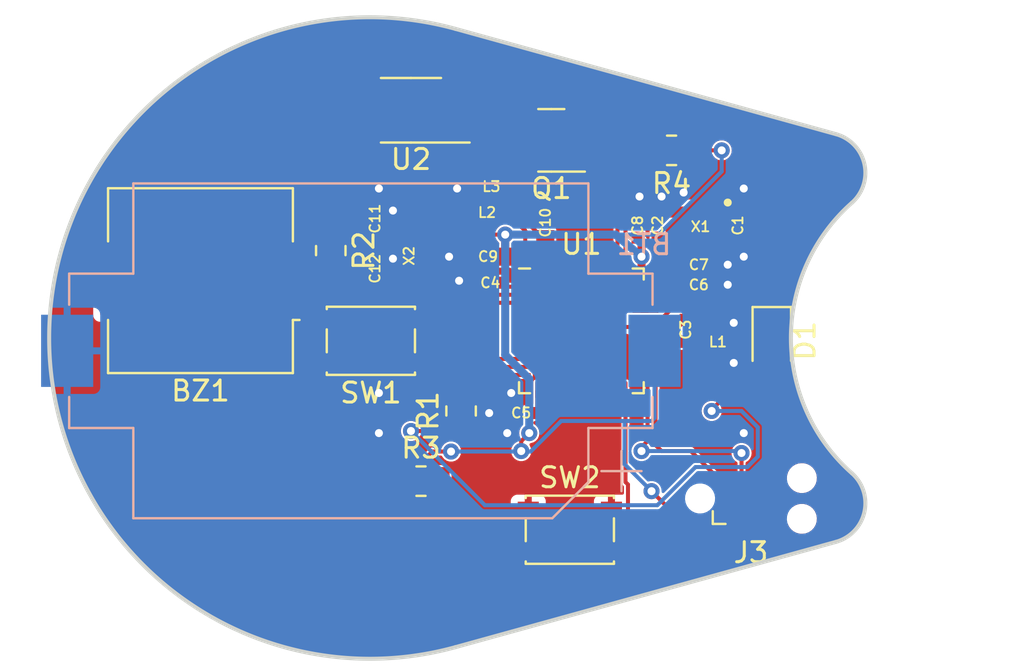
<source format=kicad_pcb>
(kicad_pcb (version 20221018) (generator pcbnew)
  (layers (0 "F.Cu" signal) (31 "B.Cu" signal) (34 "B.Paste" user) (35 "F.Paste" user) (36 "B.SilkS" user "B.Silkscreen") (37 "F.SilkS" user "F.Silkscreen") (38 "B.Mask" user) (39 "F.Mask" user) (44 "Edge.Cuts" user))
  (net 0 "")
  (net 1 "GND")
  (net 2 "DEC1")
  (net 3 "DEC4")
  (net 4 "DEC3")
  (net 5 "DEC2")
  (net 6 "ANT")
  (net 7 "N$3")
  (net 8 "X1")
  (net 9 "P0.00/XL1")
  (net 10 "P0.01/XL2")
  (net 11 "RF")
  (net 12 "N$2")
  (net 13 "N$4")
  (net 14 "Net-(D1-A)")
  (net 15 "/P0.10")
  (net 16 "/DEC1")
  (net 17 "/P0.00{slash}XL1")
  (net 18 "/P0.01{slash}XL2")
  (net 19 "/P0.02")
  (net 20 "/P0.03")
  (net 21 "/P0.04")
  (net 22 "/P0.05")
  (net 23 "/P0.06")
  (net 24 "/P0.07")
  (net 25 "/P0.08")
  (net 26 "/P0.09")
  (net 27 "VCC")
  (net 28 "/P0.11")
  (net 29 "/P0.12")
  (net 30 "/P0.13")
  (net 31 "/P0.14")
  (net 32 "/P0.15")
  (net 33 "/P0.16")
  (net 34 "/P0.17")
  (net 35 "/P0.18{slash}SWO")
  (net 36 "/P0.19")
  (net 37 "/P0.20")
  (net 38 "/P0.21{slash}RESET")
  (net 39 "/SWDCLK")
  (net 40 "/SWDIO")
  (net 41 "/P0.22")
  (net 42 "/P0.23")
  (net 43 "/P0.24")
  (net 44 "Net-(U1-ANT@30)")
  (net 45 "/DEC2")
  (net 46 "/DEC3")
  (net 47 "Net-(U1-XC1@34)")
  (net 48 "Net-(U1-XC2@35)")
  (net 49 "/P0.25")
  (net 50 "/P0.26")
  (net 51 "/P0.27")
  (net 52 "/P0.28")
  (net 53 "/P0.29")
  (net 54 "/P0.30")
  (net 55 "/P0.31")
  (net 57 "/DEC4")
  (net 58 "Net-(U1-DCC@47)")
  (net 59 "Net-(R2-Pad2)")
  (footprint "RESC0603_N" (layer "F.Cu") (at 147.7011 100.7036 90)
    (fp_text reference "C10" (at -0.7 0.3 90) (layer "F.SilkS") (effects (font (size 0.506528 0.506528) (thickness 0.093472)) (justify left bottom)))
    (fp_text value "1.0µF")
    (pad "1" smd rect (at -0.8 0 90) (size 1.05 0.9) (layers "F.Cu" "F.Paste" "F.Mask") (net 3 "DEC4"))
    (pad "2" smd rect (at 0.8 0 90) (size 1.05 0.9) (layers "F.Cu" "F.Paste" "F.Mask") (net 1 "GND"))
  )
  (footprint "LED_SMD:LED_0805_2012Metric" (layer "F.Cu") (at 159 106.5 -90)
    (fp_text reference "D1" (at 0 -1.65 90) (layer "F.SilkS"))
    (fp_text value "LED Blue")
    (fp_line (start -1.685 -0.96) (end -1.685 0.96) (stroke (width 0.12)) (layer "F.SilkS"))
    (fp_line (start -1.685 0.96) (end 1 0.96) (stroke (width 0.12)) (layer "F.SilkS"))
    (fp_line (start 1 -0.96) (end -1.685 -0.96) (stroke (width 0.12)) (layer "F.SilkS"))
    (pad "1" smd roundrect (at -0.9375 0 270) (size 0.975 1.4) (layers "F.Cu" "F.Paste" "F.Mask") (net 1 "GND"))
    (pad "2" smd roundrect (at 0.9375 0 270) (size 0.975 1.4) (layers "F.Cu" "F.Paste" "F.Mask") (net 14 "Net-(D1-A)"))
  )
  (footprint "Button_Switch_SMD:SW_SPST_PTS810" (layer "F.Cu") (at 139 106.5 180)
    (fp_text reference "SW1" (at 0 -2.6) (layer "F.SilkS"))
    (fp_text value "SW_Push")
    (fp_line (start -2.2 -1.7) (end -2.2 -1.58) (stroke (width 0.12)) (layer "F.SilkS"))
    (fp_line (start -2.2 -0.57) (end -2.2 0.57) (stroke (width 0.12)) (layer "F.SilkS"))
    (fp_line (start -2.2 1.58) (end -2.2 1.7) (stroke (width 0.12)) (layer "F.SilkS"))
    (fp_line (start -2.2 1.7) (end 2.2 1.7) (stroke (width 0.12)) (layer "F.SilkS"))
    (fp_line (start 2.2 -1.7) (end -2.2 -1.7) (stroke (width 0.12)) (layer "F.SilkS"))
    (fp_line (start 2.2 -1.58) (end 2.2 -1.7) (stroke (width 0.12)) (layer "F.SilkS"))
    (fp_line (start 2.2 0.57) (end 2.2 -0.57) (stroke (width 0.12)) (layer "F.SilkS"))
    (fp_line (start 2.2 1.7) (end 2.2 1.58) (stroke (width 0.12)) (layer "F.SilkS"))
    (pad "1" smd rect (at -2.075 -1.075 180) (size 1.05 0.65) (layers "F.Cu" "F.Paste" "F.Mask") (net 59 "Net-(R2-Pad2)"))
    (pad "1" smd rect (at 2.075 -1.075 180) (size 1.05 0.65) (layers "F.Cu" "F.Paste" "F.Mask") (net 59 "Net-(R2-Pad2)"))
    (pad "2" smd rect (at -2.075 1.075 180) (size 1.05 0.65) (layers "F.Cu" "F.Paste" "F.Mask") (net 26 "/P0.09"))
    (pad "2" smd rect (at 2.075 1.075 180) (size 1.05 0.65) (layers "F.Cu" "F.Paste" "F.Mask") (net 26 "/P0.09"))
  )
  (footprint "RESC0402_N" (layer "F.Cu") (at 144.9011 103.6036 180)
    (fp_text reference "C4" (at 0.5 -0.3) (layer "F.SilkS") (effects (font (size 0.506528 0.506528) (thickness 0.093472)) (justify left bottom)))
    (fp_text value "100nF")
    (pad "1" smd rect (at -0.55 0 180) (size 0.6 0.6) (layers "F.Cu" "F.Paste" "F.Mask") (net 2 "DEC1"))
    (pad "2" smd rect (at 0.55 0 180) (size 0.6 0.6) (layers "F.Cu" "F.Paste" "F.Mask") (net 1 "GND"))
  )
  (footprint "RESC0402_N" (layer "F.Cu") (at 155.3011 102.7036)
    (fp_text reference "C7" (at -0.5 0.3) (layer "F.SilkS") (effects (font (size 0.506528 0.506528) (thickness 0.093472)) (justify left bottom)))
    (fp_text value "100pF")
    (pad "1" smd rect (at -0.55 0) (size 0.6 0.6) (layers "F.Cu" "F.Paste" "F.Mask") (net 4 "DEC3"))
    (pad "2" smd rect (at 0.55 0) (size 0.6 0.6) (layers "F.Cu" "F.Paste" "F.Mask") (net 1 "GND"))
  )
  (footprint "RESC0402_N" (layer "F.Cu") (at 139.2011 100.6036 -90)
    (fp_text reference "C11" (at 0.6 -0.3 90) (layer "F.SilkS") (effects (font (size 0.506528 0.506528) (thickness 0.093472)) (justify left bottom)))
    (fp_text value "12pF")
    (pad "1" smd rect (at -0.55 0 270) (size 0.6 0.6) (layers "F.Cu" "F.Paste" "F.Mask") (net 1 "GND"))
    (pad "2" smd rect (at 0.55 0 270) (size 0.6 0.6) (layers "F.Cu" "F.Paste" "F.Mask") (net 9 "P0.00/XL1"))
  )
  (footprint "Resistor_SMD:R_0805_2012Metric" (layer "F.Cu") (at 154 97 180)
    (fp_text reference "R4" (at 0 -1.65) (layer "F.SilkS"))
    (fp_text value "4.7k")
    (fp_line (start -0.227064 -0.735) (end 0.227064 -0.735) (stroke (width 0.12)) (layer "F.SilkS"))
    (fp_line (start -0.227064 0.735) (end 0.227064 0.735) (stroke (width 0.12)) (layer "F.SilkS"))
    (pad "1" smd roundrect (at -0.9125 0 180) (size 1.025 1.4) (layers "F.Cu" "F.Paste" "F.Mask") (roundrect_rratio 0.243902) (net 27 "VCC"))
    (pad "2" smd roundrect (at 0.9125 0 180) (size 1.025 1.4) (layers "F.Cu" "F.Paste" "F.Mask") (roundrect_rratio 0.243902) (net 49 "/P0.25"))
  )
  (footprint "Package_SO:MSOP-8_3x3mm_P0.65mm" (layer "F.Cu") (at 141 95 180)
    (fp_text reference "U2" (at 0 -2.45) (layer "F.SilkS"))
    (fp_text value "DS18B20U")
    (fp_line (start 0 -1.61) (end -2.925 -1.61) (stroke (width 0.12)) (layer "F.SilkS"))
    (fp_line (start 0 -1.61) (end 1.5 -1.61) (stroke (width 0.12)) (layer "F.SilkS"))
    (fp_line (start 0 1.61) (end -1.5 1.61) (stroke (width 0.12)) (layer "F.SilkS"))
    (fp_line (start 0 1.61) (end 1.5 1.61) (stroke (width 0.12)) (layer "F.SilkS"))
    (pad "1" smd roundrect (at -2.1125 -0.975 180) (size 1.625 0.4) (layers "F.Cu" "F.Paste" "F.Mask") (net 49 "/P0.25"))
    (pad "2" smd roundrect (at -2.1125 -0.325 180) (size 1.625 0.4) (layers "F.Cu" "F.Paste" "F.Mask"))
    (pad "3" smd roundrect (at -2.1125 0.325 180) (size 1.625 0.4) (layers "F.Cu" "F.Paste" "F.Mask"))
    (pad "4" smd roundrect (at -2.1125 0.975 180) (size 1.625 0.4) (layers "F.Cu" "F.Paste" "F.Mask") (net 1 "GND"))
    (pad "5" smd roundrect (at 2.1125 0.975 180) (size 1.625 0.4) (layers "F.Cu" "F.Paste" "F.Mask"))
    (pad "6" smd roundrect (at 2.1125 0.325 180) (size 1.625 0.4) (layers "F.Cu" "F.Paste" "F.Mask"))
    (pad "7" smd roundrect (at 2.1125 -0.325 180) (size 1.625 0.4) (layers "F.Cu" "F.Paste" "F.Mask"))
    (pad "8" smd roundrect (at 2.1125 -0.975 180) (size 1.625 0.4) (layers "F.Cu" "F.Paste" "F.Mask") (net 1 "GND"))
  )
  (footprint "RESC0402_N" (layer "F.Cu") (at 152.3011 100.8036 90)
    (fp_text reference "C8" (at -0.5 0.3 90) (layer "F.SilkS") (effects (font (size 0.506528 0.506528) (thickness 0.093472)) (justify left bottom)))
    (fp_text value "100nF")
    (pad "1" smd rect (at -0.55 0 90) (size 0.6 0.6) (layers "F.Cu" "F.Paste" "F.Mask") (net 27 "VCC"))
    (pad "2" smd rect (at 0.55 0 90) (size 0.6 0.6) (layers "F.Cu" "F.Paste" "F.Mask") (net 1 "GND"))
  )
  (footprint "RESC0402_N" (layer "F.Cu") (at 146.5511 110.1036 180)
    (fp_text reference "C5" (at -0.500003 0.300003) (layer "F.SilkS") (effects (font (size 0.506528 0.506528) (thickness 0.093472)) (justify right top)))
    (fp_text value "100nF")
    (pad "1" smd rect (at -0.55 0 180) (size 0.6 0.6) (layers "F.Cu" "F.Paste" "F.Mask") (net 27 "VCC"))
    (pad "2" smd rect (at 0.55 0 180) (size 0.6 0.6) (layers "F.Cu" "F.Paste" "F.Mask") (net 1 "GND"))
  )
  (footprint "RESC0603_N" (layer "F.Cu") (at 144.9011 102.3036 180)
    (fp_text reference "C9" (at -0.5 0.3) (layer "F.SilkS") (effects (font (size 0.506528 0.506528) (thickness 0.093472)) (justify right top)))
    (fp_text value "4.7µF")
    (pad "1" smd rect (at -0.8 0 180) (size 1.05 0.9) (layers "F.Cu" "F.Paste" "F.Mask") (net 27 "VCC"))
    (pad "2" smd rect (at 0.8 0 180) (size 1.05 0.9) (layers "F.Cu" "F.Paste" "F.Mask") (net 1 "GND"))
  )
  (footprint "RESC0402_N" (layer "F.Cu") (at 157.3011 100.8036 -90)
    (fp_text reference "C1" (at 0.5 -0.3 90) (layer "F.SilkS") (effects (font (size 0.506528 0.506528) (thickness 0.093472)) (justify left bottom)))
    (fp_text value "12pF")
    (pad "1" smd rect (at -0.55 0 270) (size 0.6 0.6) (layers "F.Cu" "F.Paste" "F.Mask") (net 8 "X1"))
    (pad "2" smd rect (at 0.55 0 270) (size 0.6 0.6) (layers "F.Cu" "F.Paste" "F.Mask") (net 1 "GND"))
  )
  (footprint "RESC0402_N" (layer "F.Cu") (at 153.3011 100.8036 90)
    (fp_text reference "C2" (at -0.5 0.3 90) (layer "F.SilkS") (effects (font (size 0.506528 0.506528) (thickness 0.093472)) (justify left bottom)))
    (fp_text value "12pF")
    (pad "1" smd rect (at -0.55 0 90) (size 0.6 0.6) (layers "F.Cu" "F.Paste" "F.Mask") (net 7 "N$3"))
    (pad "2" smd rect (at 0.55 0 90) (size 0.6 0.6) (layers "F.Cu" "F.Paste" "F.Mask") (net 1 "GND"))
  )
  (footprint "Buzzer_Beeper:Buzzer_Murata_PKMCS0909E" (layer "F.Cu") (at 130.5 103.5 180)
    (fp_text reference "BZ1" (at 0 -5.5) (layer "F.SilkS"))
    (fp_text value "Buzzer")
    (fp_line (start -4.61 -4.61) (end 4.61 -4.61) (stroke (width 0.12)) (layer "F.SilkS"))
    (fp_line (start -4.61 -1.96) (end -4.94 -1.96) (stroke (width 0.12)) (layer "F.SilkS"))
    (fp_line (start -4.61 -1.96) (end -4.61 -4.61) (stroke (width 0.12)) (layer "F.SilkS"))
    (fp_line (start -4.61 4.61) (end -4.61 1.96) (stroke (width 0.12)) (layer "F.SilkS"))
    (fp_line (start 4.61 -4.61) (end 4.61 -1.96) (stroke (width 0.12)) (layer "F.SilkS"))
    (fp_line (start 4.61 1.96) (end 4.61 4.61) (stroke (width 0.12)) (layer "F.SilkS"))
    (fp_line (start 4.61 4.61) (end -4.61 4.61) (stroke (width 0.12)) (layer "F.SilkS"))
    (pad "1" smd rect (at -4.35 0 180) (size 1.3 3.4) (layers "F.Cu" "F.Paste" "F.Mask") (net 25 "/P0.08"))
    (pad "2" smd rect (at 4.35 0 180) (size 1.3 3.4) (layers "F.Cu" "F.Paste" "F.Mask") (net 1 "GND"))
  )
  (footprint "RESC0402_N" (layer "F.Cu") (at 139.2011 103.1036 -90)
    (fp_text reference "C12" (at 0.6 -0.3 90) (layer "F.SilkS") (effects (font (size 0.506528 0.506528) (thickness 0.093472)) (justify left bottom)))
    (fp_text value "12pF")
    (pad "1" smd rect (at -0.55 0 270) (size 0.6 0.6) (layers "F.Cu" "F.Paste" "F.Mask") (net 1 "GND"))
    (pad "2" smd rect (at 0.55 0 270) (size 0.6 0.6) (layers "F.Cu" "F.Paste" "F.Mask") (net 10 "P0.01/XL2"))
  )
  (footprint "Resistor_SMD:R_0805_2012Metric" (layer "F.Cu") (at 137 102 -90)
    (fp_text reference "R2" (at 0 -1.65 -270) (layer "F.SilkS"))
    (fp_text value "10k")
    (fp_line (start -0.227064 -0.735) (end 0.227064 -0.735) (stroke (width 0.12)) (layer "F.SilkS"))
    (fp_line (start -0.227064 0.735) (end 0.227064 0.735) (stroke (width 0.12)) (layer "F.SilkS"))
    (pad "1" smd roundrect (at -0.9125 0 270) (size 1.025 1.4) (layers "F.Cu" "F.Paste" "F.Mask") (roundrect_rratio 0.243902) (net 27 "VCC"))
    (pad "2" smd roundrect (at 0.9125 0 270) (size 1.025 1.4) (layers "F.Cu" "F.Paste" "F.Mask") (roundrect_rratio 0.243902) (net 59 "Net-(R2-Pad2)"))
  )
  (footprint "Connector:Tag-Connect_TC2030-IDC-NL_2x03_P1.27mm_Vertical" (layer "F.Cu") (at 157.96 114.365)
    (fp_text reference "J3" (at 0 2.7) (layer "F.SilkS"))
    (fp_text value "Conn_ARM_SWD_TagConnect_TC2030")
    (fp_line (start -1.905 1.27) (end -1.905 0.635) (stroke (width 0.12)) (layer "F.SilkS"))
    (fp_line (start -1.27 1.27) (end -1.905 1.27) (stroke (width 0.12)) (layer "F.SilkS"))
    (pad "" np_thru_hole circle (at -2.54 0) (size 0.9906 0.9906) (drill 0.9906) (layers "*.Cu" "*.Mask"))
    (pad "" np_thru_hole circle (at 2.54 -1.016) (size 0.9906 0.9906) (drill 0.9906) (layers "*.Cu" "*.Mask"))
    (pad "" np_thru_hole circle (at 2.54 1.016) (size 0.9906 0.9906) (drill 0.9906) (layers "*.Cu" "*.Mask"))
    (pad "1" connect circle (at -1.27 0.635) (size 0.7874 0.7874) (layers "F.Cu" "F.Mask") (net 27 "VCC"))
    (pad "2" connect circle (at -1.27 -0.635) (size 0.7874 0.7874) (layers "F.Cu" "F.Mask") (net 40 "/SWDIO"))
    (pad "3" connect circle (at 0 0.635) (size 0.7874 0.7874) (layers "F.Cu" "F.Mask") (net 38 "/P0.21{slash}RESET"))
    (pad "4" connect circle (at 0 -0.635) (size 0.7874 0.7874) (layers "F.Cu" "F.Mask") (net 39 "/SWDCLK"))
    (pad "5" connect circle (at 1.27 0.635) (size 0.7874 0.7874) (layers "F.Cu" "F.Mask") (net 1 "GND"))
    (pad "6" connect circle (at 1.27 -0.635) (size 0.7874 0.7874) (layers "F.Cu" "F.Mask"))
    (zone (net 0) (net_name "") (layer "F.Cu") (connect_pads (clearance 0)) (min_thickness 0.254)
      (keepout (tracks allowed) (vias not_allowed) (pads allowed) (copperpour not_allowed) (footprints not_allowed))
      (fill (thermal_gap 0.508) (thermal_bridge_width 0.508))
      (polygon (pts (xy 159.23 113.73) (xy 156.69 113.73) (xy 156.69 115) (xy 159.23 115)))
    )
  )
  (footprint "XTAL_3215_N" (layer "F.Cu") (at 140.9011 102.4036 -90)
    (fp_text reference "X2" (at 0.4 -0.3 90) (layer "F.SilkS") (effects (font (size 0.506528 0.506528) (thickness 0.093472)) (justify left bottom)))
    (fp_text value "32.768kHz")
    (pad "1" smd rect (at -1.25 0 270) (size 1 1.8) (layers "F.Cu" "F.Paste" "F.Mask") (net 9 "P0.00/XL1"))
    (pad "2" smd rect (at 1.25 0 270) (size 1 1.8) (layers "F.Cu" "F.Paste" "F.Mask") (net 10 "P0.01/XL2"))
  )
  (footprint "RESC0402_N" (layer "F.Cu") (at 155.3011 103.7036)
    (fp_text reference "C6" (at -0.5 0.3) (layer "F.SilkS") (effects (font (size 0.506528 0.506528) (thickness 0.093472)) (justify left bottom)))
    (fp_text value "N.M.")
    (pad "1" smd rect (at -0.55 0) (size 0.6 0.6) (layers "F.Cu" "F.Paste" "F.Mask") (net 5 "DEC2"))
    (pad "2" smd rect (at 0.55 0) (size 0.6 0.6) (layers "F.Cu" "F.Paste" "F.Mask") (net 1 "GND"))
  )
  (footprint "RESC0402_N" (layer "F.Cu") (at 154.7011 106.0036 90)
    (fp_text reference "C3" (at -0.5 0.3 90) (layer "F.SilkS") (effects (font (size 0.506528 0.506528) (thickness 0.093472)) (justify left bottom)))
    (fp_text value "0.8pF")
    (pad "1" smd rect (at -0.55 0 90) (size 0.6 0.6) (layers "F.Cu" "F.Paste" "F.Mask") (net 6 "ANT"))
    (pad "2" smd rect (at 0.55 0 90) (size 0.6 0.6) (layers "F.Cu" "F.Paste" "F.Mask") (net 1 "GND"))
  )
  (footprint "RESC0402_N" (layer "F.Cu") (at 144.9011 98.8036)
    (fp_text reference "L3" (at -0.4 0.3) (layer "F.SilkS") (effects (font (size 0.506528 0.506528) (thickness 0.093472)) (justify left bottom)))
    (fp_text value "15nH")
    (pad "1" smd rect (at -0.55 0) (size 0.6 0.6) (layers "F.Cu" "F.Paste" "F.Mask") (net 12 "N$2"))
    (pad "2" smd rect (at 0.55 0) (size 0.6 0.6) (layers "F.Cu" "F.Paste" "F.Mask") (net 3 "DEC4"))
  )
  (footprint "Package_DFN_QFN:QFN-48-1EP_6x6mm_P0.4mm_EP4.2x4.2mm" (layer "F.Cu") (at 149.5011 106.0036)
    (fp_text reference "U1" (at 0 -4.32) (layer "F.SilkS"))
    (fp_text value "NRF52832")
    (fp_line (start -3.11 3.11) (end -3.11 2.56) (stroke (width 0.12)) (layer "F.SilkS"))
    (fp_line (start -2.56 -3.11) (end -3.11 -3.11) (stroke (width 0.12)) (layer "F.SilkS"))
    (fp_line (start -2.56 3.11) (end -3.11 3.11) (stroke (width 0.12)) (layer "F.SilkS"))
    (fp_line (start 2.56 -3.11) (end 3.11 -3.11) (stroke (width 0.12)) (layer "F.SilkS"))
    (fp_line (start 2.56 3.11) (end 3.11 3.11) (stroke (width 0.12)) (layer "F.SilkS"))
    (fp_line (start 3.11 -3.11) (end 3.11 -2.56) (stroke (width 0.12)) (layer "F.SilkS"))
    (fp_line (start 3.11 3.11) (end 3.11 2.56) (stroke (width 0.12)) (layer "F.SilkS"))
    (pad "1" smd roundrect (at -2.95 -2.2) (size 0.85 0.2) (layers "F.Cu" "F.Paste" "F.Mask") (net 16 "/DEC1"))
    (pad "2" smd roundrect (at -2.95 -1.8) (size 0.85 0.2) (layers "F.Cu" "F.Paste" "F.Mask") (net 17 "/P0.00{slash}XL1"))
    (pad "3" smd roundrect (at -2.95 -1.4) (size 0.85 0.2) (layers "F.Cu" "F.Paste" "F.Mask") (net 18 "/P0.01{slash}XL2"))
    (pad "4" smd roundrect (at -2.95 -1) (size 0.85 0.2) (layers "F.Cu" "F.Paste" "F.Mask") (net 19 "/P0.02"))
    (pad "5" smd roundrect (at -2.95 -0.6) (size 0.85 0.2) (layers "F.Cu" "F.Paste" "F.Mask") (net 20 "/P0.03"))
    (pad "6" smd roundrect (at -2.95 -0.2) (size 0.85 0.2) (layers "F.Cu" "F.Paste" "F.Mask") (net 21 "/P0.04"))
    (pad "7" smd roundrect (at -2.95 0.2) (size 0.85 0.2) (layers "F.Cu" "F.Paste" "F.Mask") (net 22 "/P0.05"))
    (pad "8" smd roundrect (at -2.95 0.6) (size 0.85 0.2) (layers "F.Cu" "F.Paste" "F.Mask") (net 23 "/P0.06"))
    (pad "9" smd roundrect (at -2.95 1) (size 0.85 0.2) (layers "F.Cu" "F.Paste" "F.Mask") (net 24 "/P0.07"))
    (pad "10" smd roundrect (at -2.95 1.4) (size 0.85 0.2) (layers "F.Cu" "F.Paste" "F.Mask") (net 25 "/P0.08"))
    (pad "11" smd roundrect (at -2.95 1.8) (size 0.85 0.2) (layers "F.Cu" "F.Paste" "F.Mask") (net 26 "/P0.09"))
    (pad "12" smd roundrect (at -2.95 2.2) (size 0.85 0.2) (layers "F.Cu" "F.Paste" "F.Mask") (net 15 "/P0.10"))
    (pad "13" smd roundrect (at -2.2 2.95) (size 0.2 0.85) (layers "F.Cu" "F.Paste" "F.Mask") (net 27 "VCC"))
    (pad "14" smd roundrect (at -1.8 2.95) (size 0.2 0.85) (layers "F.Cu" "F.Paste" "F.Mask") (net 28 "/P0.11"))
    (pad "15" smd roundrect (at -1.4 2.95) (size 0.2 0.85) (layers "F.Cu" "F.Paste" "F.Mask") (net 29 "/P0.12"))
    (pad "16" smd roundrect (at -1 2.95) (size 0.2 0.85) (layers "F.Cu" "F.Paste" "F.Mask") (net 30 "/P0.13"))
    (pad "17" smd roundrect (at -0.6 2.95) (size 0.2 0.85) (layers "F.Cu" "F.Paste" "F.Mask") (net 31 "/P0.14"))
    (pad "18" smd roundrect (at -0.2 2.95) (size 0.2 0.85) (layers "F.Cu" "F.Paste" "F.Mask") (net 32 "/P0.15"))
    (pad "19" smd roundrect (at 0.2 2.95) (size 0.2 0.85) (layers "F.Cu" "F.Paste" "F.Mask") (net 33 "/P0.16"))
    (pad "20" smd roundrect (at 0.6 2.95) (size 0.2 0.85) (layers "F.Cu" "F.Paste" "F.Mask") (net 34 "/P0.17"))
    (pad "21" smd roundrect (at 1 2.95) (size 0.2 0.85) (layers "F.Cu" "F.Paste" "F.Mask") (net 35 "/P0.18{slash}SWO"))
    (pad "22" smd roundrect (at 1.4 2.95) (size 0.2 0.85) (layers "F.Cu" "F.Paste" "F.Mask") (net 36 "/P0.19"))
    (pad "23" smd roundrect (at 1.8 2.95) (size 0.2 0.85) (layers "F.Cu" "F.Paste" "F.Mask") (net 37 "/P0.20"))
    (pad "24" smd roundrect (at 2.2 2.95) (size 0.2 0.85) (layers "F.Cu" "F.Paste" "F.Mask") (net 38 "/P0.21{slash}RESET"))
    (pad "25" smd roundrect (at 2.95 2.2) (size 0.85 0.2) (layers "F.Cu" "F.Paste" "F.Mask") (net 39 "/SWDCLK"))
    (pad "26" smd roundrect (at 2.95 1.8) (size 0.85 0.2) (layers "F.Cu" "F.Paste" "F.Mask") (net 40 "/SWDIO"))
    (pad "27" smd roundrect (at 2.95 1.4) (size 0.85 0.2) (layers "F.Cu" "F.Paste" "F.Mask") (net 41 "/P0.22"))
    (pad "28" smd roundrect (at 2.95 1) (size 0.85 0.2) (layers "F.Cu" "F.Paste" "F.Mask") (net 42 "/P0.23"))
    (pad "29" smd roundrect (at 2.95 0.6) (size 0.85 0.2) (layers "F.Cu" "F.Paste" "F.Mask") (net 43 "/P0.24"))
    (pad "30" smd roundrect (at 2.95 0.2) (size 0.85 0.2) (layers "F.Cu" "F.Paste" "F.Mask") (net 44 "Net-(U1-ANT@30)"))
    (pad "31" smd roundrect (at 2.95 -0.2) (size 0.85 0.2) (layers "F.Cu" "F.Paste" "F.Mask") (net 1 "GND"))
    (pad "32" smd roundrect (at 2.95 -0.6) (size 0.85 0.2) (layers "F.Cu" "F.Paste" "F.Mask") (net 45 "/DEC2"))
    (pad "33" smd roundrect (at 2.95 -1) (size 0.85 0.2) (layers "F.Cu" "F.Paste" "F.Mask") (net 46 "/DEC3"))
    (pad "34" smd roundrect (at 2.95 -1.4) (size 0.85 0.2) (layers "F.Cu" "F.Paste" "F.Mask") (net 47 "Net-(U1-XC1@34)"))
    (pad "35" smd roundrect (at 2.95 -1.8) (size 0.85 0.2) (layers "F.Cu" "F.Paste" "F.Mask") (net 48 "Net-(U1-XC2@35)"))
    (pad "36" smd roundrect (at 2.95 -2.2) (size 0.85 0.2) (layers "F.Cu" "F.Paste" "F.Mask") (net 27 "VCC"))
    (pad "37" smd roundrect (at 2.2 -2.95) (size 0.2 0.85) (layers "F.Cu" "F.Paste" "F.Mask") (net 49 "/P0.25"))
    (pad "38" smd roundrect (at 1.8 -2.95) (size 0.2 0.85) (layers "F.Cu" "F.Paste" "F.Mask") (net 50 "/P0.26"))
    (pad "39" smd roundrect (at 1.4 -2.95) (size 0.2 0.85) (layers "F.Cu" "F.Paste" "F.Mask") (net 51 "/P0.27"))
    (pad "40" smd roundrect (at 1 -2.95) (size 0.2 0.85) (layers "F.Cu" "F.Paste" "F.Mask") (net 52 "/P0.28"))
    (pad "41" smd roundrect (at 0.6 -2.95) (size 0.2 0.85) (layers "F.Cu" "F.Paste" "F.Mask") (net 53 "/P0.29"))
    (pad "42" smd roundrect (at 0.2 -2.95) (size 0.2 0.85) (layers "F.Cu" "F.Paste" "F.Mask") (net 54 "/P0.30"))
    (pad "43" smd roundrect (at -0.2 -2.95) (size 0.2 0.85) (layers "F.Cu" "F.Paste" "F.Mask") (net 55 "/P0.31"))
    (pad "44" smd roundrect (at -0.6 -2.95) (size 0.2 0.85) (layers "F.Cu" "F.Paste" "F.Mask"))
    (pad "45" smd roundrect (at -1 -2.95) (size 0.2 0.85) (layers "F.Cu" "F.Paste" "F.Mask") (net 1 "GND"))
    (pad "46" smd roundrect (at -1.4 -2.95) (size 0.2 0.85) (layers "F.Cu" "F.Paste" "F.Mask") (net 57 "/DEC4"))
    (pad "47" smd roundrect (at -1.8 -2.95) (size 0.2 0.85) (layers "F.Cu" "F.Paste" "F.Mask") (net 58 "Net-(U1-DCC@47)"))
    (pad "48" smd roundrect (at -2.2 -2.95) (size 0.2 0.85) (layers "F.Cu" "F.Paste" "F.Mask") (net 27 "VCC"))
    (pad "49" smd rect (at 0 0) (size 4.2 4.2) (layers "F.Cu" "F.Mask"))
  )
  (footprint "Resistor_SMD:R_0805_2012Metric" (layer "F.Cu") (at 141.5 113.5)
    (fp_text reference "R3" (at 0 -1.65) (layer "F.SilkS"))
    (fp_text value "10k")
    (fp_line (start -0.227064 -0.735) (end 0.227064 -0.735) (stroke (width 0.12)) (layer "F.SilkS"))
    (fp_line (start -0.227064 0.735) (end 0.227064 0.735) (stroke (width 0.12)) (layer "F.SilkS"))
    (pad "1" smd roundrect (at -0.9125 0) (size 1.025 1.4) (layers "F.Cu" "F.Paste" "F.Mask") (roundrect_rratio 0.243902) (net 27 "VCC"))
    (pad "2" smd roundrect (at 0.9125 0) (size 1.025 1.4) (layers "F.Cu" "F.Paste" "F.Mask") (roundrect_rratio 0.243902) (net 38 "/P0.21{slash}RESET"))
  )
  (footprint "RESC0603_N" (layer "F.Cu") (at 144.9011 100.1036 180)
    (fp_text reference "L2" (at -0.4 0.3) (layer "F.SilkS") (effects (font (size 0.506528 0.506528) (thickness 0.093472)) (justify right top)))
    (fp_text value "10µH")
    (pad "1" smd rect (at -0.8 0 180) (size 1.05 0.9) (layers "F.Cu" "F.Paste" "F.Mask") (net 13 "N$4"))
    (pad "2" smd rect (at 0.8 0 180) (size 1.05 0.9) (layers "F.Cu" "F.Paste" "F.Mask") (net 12 "N$2"))
  )
  (footprint "Package_TO_SOT_SMD:SOT-23" (layer "F.Cu") (at 148 96.5 180)
    (fp_text reference "Q1" (at 0 -2.4) (layer "F.SilkS"))
    (fp_text value "2N7002")
    (fp_line (start 0 -1.56) (end -1.675 -1.56) (stroke (width 0.12)) (layer "F.SilkS"))
    (fp_line (start 0 -1.56) (end 0.65 -1.56) (stroke (width 0.12)) (layer "F.SilkS"))
    (fp_line (start 0 1.56) (end -0.65 1.56) (stroke (width 0.12)) (layer "F.SilkS"))
    (fp_line (start 0 1.56) (end 0.65 1.56) (stroke (width 0.12)) (layer "F.SilkS"))
    (pad "1" smd roundrect (at -0.9375 -0.95 180) (size 1.475 0.6) (layers "F.Cu" "F.Paste" "F.Mask") (net 50 "/P0.26"))
    (pad "2" smd roundrect (at -0.9375 0.95 180) (size 1.475 0.6) (layers "F.Cu" "F.Paste" "F.Mask") (net 49 "/P0.25"))
    (pad "3" smd roundrect (at 0.9375 0 180) (size 1.475 0.6) (layers "F.Cu" "F.Paste" "F.Mask") (net 27 "VCC"))
  )
  (footprint "BT-XTAL_2016_N" (layer "F.Cu") (at 155.3011 100.8036 180)
    (fp_text reference "X1" (at 0.4 -0.3) (layer "F.SilkS") (effects (font (size 0.506528 0.506528) (thickness 0.093472)) (justify left bottom)))
    (fp_text value "32MHz")
    (fp_circle (center -1.5 1.2) (end -1.4 1.2) (stroke (width 0.2)) (fill none) (layer "F.SilkS"))
    (pad "1" smd rect (at -0.725 0.575 180) (size 0.95 0.85) (layers "F.Cu" "F.Paste" "F.Mask") (net 8 "X1"))
    (pad "2" smd rect (at 0.725 0.575 180) (size 0.95 0.85) (layers "F.Cu" "F.Paste" "F.Mask") (net 1 "GND"))
    (pad "3" smd rect (at 0.725 -0.575 180) (size 0.95 0.85) (layers "F.Cu" "F.Paste" "F.Mask") (net 7 "N$3"))
    (pad "4" smd rect (at -0.725 -0.575 180) (size 0.95 0.85) (layers "F.Cu" "F.Paste" "F.Mask") (net 1 "GND"))
  )
  (footprint "Button_Switch_SMD:SW_SPST_PTS810" (layer "F.Cu") (at 148.925 115.925)
    (fp_text reference "SW2" (at 0 -2.6) (layer "F.SilkS"))
    (fp_text value "SW_Omron_B3FS")
    (fp_line (start -2.2 -1.7) (end -2.2 -1.58) (stroke (width 0.12)) (layer "F.SilkS"))
    (fp_line (start -2.2 -0.57) (end -2.2 0.57) (stroke (width 0.12)) (layer "F.SilkS"))
    (fp_line (start -2.2 1.58) (end -2.2 1.7) (stroke (width 0.12)) (layer "F.SilkS"))
    (fp_line (start -2.2 1.7) (end 2.2 1.7) (stroke (width 0.12)) (layer "F.SilkS"))
    (fp_line (start 2.2 -1.7) (end -2.2 -1.7) (stroke (width 0.12)) (layer "F.SilkS"))
    (fp_line (start 2.2 -1.58) (end 2.2 -1.7) (stroke (width 0.12)) (layer "F.SilkS"))
    (fp_line (start 2.2 0.57) (end 2.2 -0.57) (stroke (width 0.12)) (layer "F.SilkS"))
    (fp_line (start 2.2 1.7) (end 2.2 1.58) (stroke (width 0.12)) (layer "F.SilkS"))
    (pad "1" smd rect (at -2.075 -1.075) (size 1.05 0.65) (layers "F.Cu" "F.Paste" "F.Mask") (net 1 "GND"))
    (pad "1" smd rect (at 2.075 -1.075) (size 1.05 0.65) (layers "F.Cu" "F.Paste" "F.Mask") (net 1 "GND"))
    (pad "2" smd rect (at -2.075 1.075) (size 1.05 0.65) (layers "F.Cu" "F.Paste" "F.Mask") (net 38 "/P0.21{slash}RESET"))
    (pad "2" smd rect (at 2.075 1.075) (size 1.05 0.65) (layers "F.Cu" "F.Paste" "F.Mask") (net 38 "/P0.21{slash}RESET"))
  )
  (footprint "RESC0402_N" (layer "F.Cu") (at 156.3011 106.5536)
    (fp_text reference "L1" (at -0.5 0.3) (layer "F.SilkS") (effects (font (size 0.506528 0.506528) (thickness 0.093472)) (justify left bottom)))
    (fp_text value "3.9nH")
    (pad "1" smd rect (at -0.55 0) (size 0.6 0.6) (layers "F.Cu" "F.Paste" "F.Mask") (net 6 "ANT"))
    (pad "2" smd rect (at 0.55 0) (size 0.6 0.6) (layers "F.Cu" "F.Paste" "F.Mask") (net 11 "RF"))
  )
  (footprint "Resistor_SMD:R_0805_2012Metric" (layer "F.Cu") (at 143.5 110 90)
    (fp_text reference "R1" (at 0 -1.65 90) (layer "F.SilkS"))
    (fp_text value "330")
    (fp_line (start -0.227064 -0.735) (end 0.227064 -0.735) (stroke (width 0.12)) (layer "F.SilkS"))
    (fp_line (start -0.227064 0.735) (end 0.227064 0.735) (stroke (width 0.12)) (layer "F.SilkS"))
    (pad "1" smd roundrect (at -0.9125 0 90) (size 1.025 1.4) (layers "F.Cu" "F.Paste" "F.Mask") (roundrect_rratio 0.243902) (net 14 "Net-(D1-A)"))
    (pad "2" smd roundrect (at 0.9125 0 90) (size 1.025 1.4) (layers "F.Cu" "F.Paste" "F.Mask") (roundrect_rratio 0.243902) (net 15 "/P0.10"))
  )
  (footprint "Battery:BatteryHolder_Keystone_1060_1x2032" (layer "B.Cu") (at 138.5 107 180)
    (fp_text reference "BT1" (at -14.125 5.3) (layer "B.SilkS") (effects (justify mirror)))
    (fp_text value "Battery")
    (fp_line (start -14.55 -3.85) (end -14.55 -2.3) (stroke (width 0.12)) (layer "B.SilkS"))
    (fp_line (start -14.55 3.85) (end -14.55 2.3) (stroke (width 0.12)) (layer "B.SilkS"))
    (fp_line (start -13 -5) (end -13 -7) (stroke (width 0.12)) (layer "B.SilkS"))
    (fp_line (start -12 -6) (end -14 -6) (stroke (width 0.12)) (layer "B.SilkS"))
    (fp_line (start -11.35 -6.55) (end -11.35 -3.85) (stroke (width 0.12)) (layer "B.SilkS"))
    (fp_line (start -11.35 -3.85) (end -14.55 -3.85) (stroke (width 0.12)) (layer "B.SilkS"))
    (fp_line (start -11.35 3.85) (end -14.55 3.85) (stroke (width 0.12)) (layer "B.SilkS"))
    (fp_line (start -11.35 8.35) (end -11.35 3.85) (stroke (width 0.12)) (layer "B.SilkS"))
    (fp_line (start -11.35 8.35) (end 11.35 8.35) (stroke (width 0.12)) (layer "B.SilkS"))
    (fp_line (start -9.55 -8.35) (end -11.35 -6.55) (stroke (width 0.12)) (layer "B.SilkS"))
    (fp_line (start 11.35 -8.35) (end -9.55 -8.35) (stroke (width 0.12)) (layer "B.SilkS"))
    (fp_line (start 11.35 -8.35) (end 11.35 -3.85) (stroke (width 0.12)) (layer "B.SilkS"))
    (fp_line (start 11.35 -3.85) (end 14.55 -3.85) (stroke (width 0.12)) (layer "B.SilkS"))
    (fp_line (start 11.35 3.85) (end 14.55 3.85) (stroke (width 0.12)) (layer "B.SilkS"))
    (fp_line (start 11.35 8.35) (end 11.35 3.85) (stroke (width 0.12)) (layer "B.SilkS"))
    (fp_line (start 14.55 -3.85) (end 14.55 -2.3) (stroke (width 0.12)) (layer "B.SilkS"))
    (fp_line (start 14.55 3.85) (end 14.55 2.3) (stroke (width 0.12)) (layer "B.SilkS"))
    (pad "1" smd rect (at -14.65 0) (size 2.6 3.6) (layers "B.Cu" "B.Paste" "B.Mask") (net 27 "VCC"))
    (pad "2" smd rect (at 14.65 0) (size 2.6 3.6) (layers "B.Cu" "B.Paste" "B.Mask") (net 1 "GND"))
  )
  (gr_line (start 143.218544 121.781274) (end 162.199517 116.529509) (stroke (width 0.2)) (layer "Edge.Cuts"))
  (gr_arc (start 143.218544 121.781274) (mid 122.951878 106.360653) (end 143.218544 90.940032) (stroke (width 0.2)) (layer "Edge.Cuts"))
  (gr_arc (start 162.199517 96.191797) (mid 163.614879 97.669265) (end 162.990855 99.617789) (stroke (width 0.2)) (layer "Edge.Cuts"))
  (gr_arc (start 162.990855 113.103517) (mid 159.951878 106.360653) (end 162.990855 99.617789) (stroke (width 0.2)) (layer "Edge.Cuts"))
  (gr_arc (start 162.990855 113.103517) (mid 163.614872 115.052038) (end 162.199517 116.529509) (stroke (width 0.2)) (layer "Edge.Cuts"))
  (gr_line (start 162.199517 96.191797) (end 143.218544 90.940032) (stroke (width 0.2)) (layer "Edge.Cuts"))
  (segment (start 150.1011 104.2036) (end 151.3011 104.2036) (width 0.2) (layer "F.Cu") (net 1))
  (segment (start 148.921545 105.558891) (end 148.981485 105.7036) (width 0.2) (layer "F.Cu") (net 1))
  (segment (start 148.9011 105.4036) (end 150.1011 105.4036) (width 0.2) (layer "F.Cu") (net 1))
  (segment (start 151.3011 106.6036) (end 151.3011 107.8036) (width 0.2) (layer "F.Cu") (net 1))
  (segment (start 151.3511 105.8136) (end 151.276784 105.727209) (width 0.2) (layer "F.Cu") (net 1))
  (segment (start 151.3511 106.2136) (end 151.3511 106.2136) (width 0.2) (layer "F.Cu") (net 1))
  (segment (start 148.9011 105.4036) (end 148.921545 105.558891) (width 0.2) (layer "F.Cu") (net 1))
  (segment (start 151.406872 106.418955) (end 151.3011 106.6036) (width 0.2) (layer "F.Cu") (net 1))
  (segment (start 151.241186 105.618955) (end 151.3011 105.4036) (width 0.2) (layer "F.Cu") (net 1))
  (segment (start 151.39941 106.310731) (end 151.406872 106.418955) (width 0.2) (layer "F.Cu") (net 1))
  (segment (start 148.9011 106.6036) (end 150.1011 106.6036) (width 0.2) (layer "F.Cu") (net 1))
  (segment (start 147.7011 105.4036) (end 148.9011 105.4036) (width 0.2) (layer "F.Cu") (net 1))
  (segment (start 148.5511 104.0136) (end 148.5511 104.0136) (width 0.2) (layer "F.Cu") (net 1))
  (segment (start 148.5011 103.0036) (end 148.5011 104.2036) (width 0.2) (layer "F.Cu") (net 1))
  (segment (start 148.68675 104.181087) (end 148.9011 104.2036) (width 0.2) (layer "F.Cu") (net 1))
  (segment (start 147.7011 106.6036) (end 148.9011 106.6036) (width 0.2) (layer "F.Cu") (net 1))
  (segment (start 144.3511 102.5536) (end 144.1011 102.3036) (width 0.2) (layer "F.Cu") (net 1))
  (segment (start 148.5511 104.0136) (end 148.602267 104.110835) (width 0.2) (layer "F.Cu") (net 1))
  (segment (start 147.7011 107.8036) (end 147.7011 106.6036) (width 0.2) (layer "F.Cu") (net 1))
  (segment (start 152.5011 105.8036) (end 151.3511 105.8136) (width 0.2) (layer "F.Cu") (net 1))
  (segment (start 153.3011 100.2536) (end 154.5511 100.2536) (width 0.2) (layer "F.Cu") (net 1))
  (segment (start 151.3011 107.8036) (end 150.1011 107.8036) (width 0.2) (layer "F.Cu") (net 1))
  (segment (start 150.1011 105.4036) (end 151.3011 105.4036) (width 0.2) (layer "F.Cu") (net 1))
  (segment (start 152.5011 105.8036) (end 154.3511 105.8036) (width 0.2) (layer "F.Cu") (net 1))
  (segment (start 154.3511 105.8036) (end 154.7011 105.4536) (width 0.2) (layer "F.Cu") (net 1))
  (segment (start 150.1011 106.6036) (end 151.3011 106.6036) (width 0.2) (layer "F.Cu") (net 1))
  (segment (start 148.5011 104.2036) (end 148.9011 104.2036) (width 0.2) (layer "F.Cu") (net 1))
  (segment (start 147.7011 107.8036) (end 148.9011 107.8036) (width 0.2) (layer "F.Cu") (net 1))
  (segment (start 149.345809 105.983155) (end 149.5011 106.0036) (width 0.2) (layer "F.Cu") (net 1))
  (segment (start 151.3511 105.8136) (end 151.3511 105.8136) (width 0.2) (layer "F.Cu") (net 1))
  (segment (start 157.3011 101.3536) (end 156.0511 101.3536) (width 0.2) (layer "F.Cu") (net 1))
  (segment (start 148.9011 105.4036) (end 148.9011 105.4036) (width 0.2) (layer "F.Cu") (net 1))
  (segment (start 148.602267 104.110835) (end 148.68675 104.181087) (width 0.2) (layer "F.Cu") (net 1))
  (segment (start 151.276784 105.727209) (end 151.241186 105.618955) (width 0.2) (layer "F.Cu") (net 1))
  (segment (start 151.3511 106.2136) (end 151.39941 106.310731) (width 0.2) (layer "F.Cu") (net 1))
  (segment (start 154.5511 100.2536) (end 154.5761 100.2286) (width 0.2) (layer "F.Cu") (net 1))
  (segment (start 148.981485 105.7036) (end 149.076836 105.827864) (width 0.2) (layer "F.Cu") (net 1))
  (segment (start 147.7011 104.2036) (end 148.5011 104.2036) (width 0.2) (layer "F.Cu") (net 1))
  (segment (start 148.9011 104.2036) (end 150.1011 104.2036) (width 0.2) (layer "F.Cu") (net 1))
  (segment (start 151.3011 104.2036) (end 151.3011 105.4036) (width 0.2) (layer "F.Cu") (net 1))
  (segment (start 156.0511 101.3536) (end 156.0261 101.3786) (width 0.2) (layer "F.Cu") (net 1))
  (segment (start 149.076836 105.827864) (end 149.2011 105.923215) (width 0.2) (layer "F.Cu") (net 1))
  (segment (start 151.3511 105.8136) (end 151.3511 106.2136) (width 0.2) (layer "F.Cu") (net 1))
  (segment (start 149.2011 105.923215) (end 149.345809 105.983155) (width 0.2) (layer "F.Cu") (net 1))
  (via (at 157.6011 98.9036) (size 0.8) (drill 0.4) (layers "F.Cu" "B.Cu") (net 1))
  (via (at 157.1011 105.6036) (size 0.8) (drill 0.4) (layers "F.Cu" "B.Cu") (net 1))
  (via (at 139.4011 98.9036) (size 0.8) (drill 0.4) (layers "F.Cu" "B.Cu") (net 1))
  (via (at 157.6011 111.1036) (size 0.8) (drill 0.4) (layers "F.Cu" "B.Cu") (net 1))
  (via (at 157.6011 102.3036) (size 0.8) (drill 0.4) (layers "F.Cu" "B.Cu") (net 1))
  (via (at 156.8011 102.7036) (size 0.8) (drill 0.4) (layers "F.Cu" "B.Cu") (net 1))
  (via (at 140.1011 102.4036) (size 0.8) (drill 0.4) (layers "F.Cu" "B.Cu") (net 1))
  (via (at 144.9011 110.1036) (size 0.8) (drill 0.4) (layers "F.Cu" "B.Cu") (net 1))
  (via (at 143.3011 98.9036) (size 0.8) (drill 0.4) (layers "F.Cu" "B.Cu") (net 1))
  (via (at 146.0011 109.1036) (size 0.8) (drill 0.4) (layers "F.Cu" "B.Cu") (net 1))
  (via (at 156.8011 103.7036) (size 0.8) (drill 0.4) (layers "F.Cu" "B.Cu") (net 1))
  (via (at 154.6011 99.1036) (size 0.8) (drill 0.4) (layers "F.Cu" "B.Cu") (net 1))
  (via (at 139.4011 111.1036) (size 0.8) (drill 0.4) (layers "F.Cu" "B.Cu") (net 1))
  (via (at 139.4011 109.1036) (size 0.8) (drill 0.4) (layers "F.Cu" "B.Cu") (net 1))
  (via (at 140.1011 100.0036) (size 0.8) (drill 0.4) (layers "F.Cu" "B.Cu") (net 1))
  (via (at 142.9011 102.3036) (size 0.8) (drill 0.4) (layers "F.Cu" "B.Cu") (net 1))
  (via (at 153.5011 99.3036) (size 0.8) (drill 0.4) (layers "F.Cu" "B.Cu") (net 1))
  (via (at 152.4011 99.3036) (size 0.8) (drill 0.4) (layers "F.Cu" "B.Cu") (net 1))
  (via (at 143.4011 103.5036) (size 0.8) (drill 0.4) (layers "F.Cu" "B.Cu") (net 1))
  (via (at 157.1011 107.6036) (size 0.8) (drill 0.4) (layers "F.Cu" "B.Cu") (net 1))
  (via (at 145.8011 111.1036) (size 0.8) (drill 0.4) (layers "F.Cu" "B.Cu") (net 1))
  (segment (start 146.5011 103.8036) (end 145.6511 103.8036) (width 0.2) (layer "F.Cu") (net 2))
  (segment (start 145.6511 103.8036) (end 145.4511 103.6036) (width 0.2) (layer "F.Cu") (net 2))
  (segment (start 148.1011 103.0036) (end 148.1011 102.0036) (width 0.2) (layer "F.Cu") (net 3))
  (segment (start 146.9511 99.7536) (end 146.9511 100.5536) (width 0.2) (layer "F.Cu") (net 3))
  (segment (start 146.9511 100.5536) (end 146.9511 100.7536) (width 0.2) (layer "F.Cu") (net 3))
  (segment (start 146.9511 100.7536) (end 147.7011 101.5036) (width 0.2) (layer "F.Cu") (net 3))
  (segment (start 145.4511 98.8036) (end 146.0011 98.8036) (width 0.2) (layer "F.Cu") (net 3))
  (segment (start 148.1011 102.0036) (end 147.7011 101.5036) (width 0.2) (layer "F.Cu") (net 3))
  (segment (start 146.0011 98.8036) (end 146.9511 99.7536) (width 0.2) (layer "F.Cu") (net 3))
  (segment (start 154.0011 103.4036) (end 154.6511 102.7536) (width 0.2) (layer "F.Cu") (net 4))
  (segment (start 154.0011 104.3036) (end 154.0011 103.4036) (width 0.2) (layer "F.Cu") (net 4))
  (segment (start 154.6511 102.7536) (end 154.7511 102.7036) (width 0.2) (layer "F.Cu") (net 4))
  (segment (start 153.3011 105.0036) (end 153.7011 104.6036) (width 0.2) (layer "F.Cu") (net 4))
  (segment (start 153.7011 104.6036) (end 154.0011 104.3036) (width 0.2) (layer "F.Cu") (net 4))
  (segment (start 152.5011 105.0036) (end 153.3011 105.0036) (width 0.2) (layer "F.Cu") (net 4))
  (segment (start 154.1011 104.8036) (end 154.4011 104.5036) (width 0.2) (layer "F.Cu") (net 5))
  (segment (start 153.5011 105.4036) (end 154.1011 104.8036) (width 0.2) (layer "F.Cu") (net 5))
  (segment (start 152.5011 105.4036) (end 153.5011 105.4036) (width 0.2) (layer "F.Cu") (net 5))
  (segment (start 154.4011 104.3036) (end 154.4011 104.0536) (width 0.2) (layer "F.Cu") (net 5))
  (segment (start 154.4011 104.5036) (end 154.4011 104.3036) (width 0.2) (layer "F.Cu") (net 5))
  (segment (start 154.4011 104.0536) (end 154.7511 103.7036) (width 0.2) (layer "F.Cu") (net 5))
  (segment (start 154.7511 106.5536) (end 154.7011 106.5536) (width 0.2) (layer "F.Cu") (net 6))
  (segment (start 155.7511 106.5536) (end 154.7511 106.5536) (width 0.6) (layer "F.Cu") (net 6))
  (segment (start 154.3511 106.2036) (end 154.7011 106.5536) (width 0.2) (layer "F.Cu") (net 6))
  (segment (start 152.5011 106.2036) (end 154.3511 106.2036) (width 0.2) (layer "F.Cu") (net 6))
  (segment (start 153.3011 101.3536) (end 154.5011 101.3536) (width 0.2) (layer "F.Cu") (net 7))
  (segment (start 152.9011 104.2036) (end 153.2011 103.9036) (width 0.2) (layer "F.Cu") (net 7))
  (segment (start 153.2011 103.1036) (end 153.2011 102.6536) (width 0.2) (layer "F.Cu") (net 7))
  (segment (start 154.5011 101.3536) (end 154.5511 101.3536) (width 0.2) (layer "F.Cu") (net 7))
  (segment (start 153.2011 102.6536) (end 154.5011 101.3536) (width 0.2) (layer "F.Cu") (net 7))
  (segment (start 154.5511 101.3536) (end 154.5761 101.3786) (width 0.2) (layer "F.Cu") (net 7))
  (segment (start 152.5011 104.2036) (end 152.9011 104.2036) (width 0.2) (layer "F.Cu") (net 7))
  (segment (start 153.2011 103.9036) (end 153.2011 103.1036) (width 0.2) (layer "F.Cu") (net 7))
  (segment (start 155.2011 102.1036) (end 155.3011 102.0036) (width 0.2) (layer "F.Cu") (net 8))
  (segment (start 153.5011 104.2036) (end 153.6011 104.1036) (width 0.2) (layer "F.Cu") (net 8))
  (segment (start 157.3011 100.2536) (end 156.0511 100.2536) (width 0.2) (layer "F.Cu") (net 8))
  (segment (start 154.3011 102.1036) (end 155.2011 102.1036) (width 0.2) (layer "F.Cu") (net 8))
  (segment (start 153.6011 103.3036) (end 153.6011 102.8036) (width 0.2) (layer "F.Cu") (net 8))
  (segment (start 153.6011 104.1036) (end 153.6011 103.3036) (width 0.2) (layer "F.Cu") (net 8))
  (segment (start 155.9261 100.2286) (end 156.0261 100.2286) (width 0.15) (layer "F.Cu") (net 8))
  (segment (start 153.6011 102.8036) (end 154.3011 102.1036) (width 0.2) (layer "F.Cu") (net 8))
  (segment (start 153.1011 104.6036) (end 153.5011 104.2036) (width 0.2) (layer "F.Cu") (net 8))
  (segment (start 155.3011 100.8536) (end 155.9261 100.2286) (width 0.15) (layer "F.Cu") (net 8))
  (segment (start 152.5011 104.6036) (end 153.1011 104.6036) (width 0.2) (layer "F.Cu") (net 8))
  (segment (start 156.0511 100.2536) (end 156.0261 100.2286) (width 0.2) (layer "F.Cu") (net 8))
  (segment (start 155.3011 102.0036) (end 155.3011 100.8536) (width 0.15) (layer "F.Cu") (net 8))
  (segment (start 142.2011 102.4536) (end 140.9011 101.1536) (width 0.2) (layer "F.Cu") (net 9))
  (segment (start 142.9011 104.2036) (end 142.2011 103.5036) (width 0.2) (layer "F.Cu") (net 9))
  (segment (start 146.5011 104.2036) (end 142.9011 104.2036) (width 0.2) (layer "F.Cu") (net 9))
  (segment (start 140.9011 101.1536) (end 139.2011 101.1536) (width 0.2) (layer "F.Cu") (net 9))
  (segment (start 142.2011 103.5036) (end 142.2011 102.4536) (width 0.2) (layer "F.Cu") (net 9))
  (segment (start 140.9011 103.6536) (end 141.1511 103.9036) (width 0.2) (layer "F.Cu") (net 10))
  (segment (start 141.5011 103.9036) (end 142.2011 104.6036) (width 0.2) (layer "F.Cu") (net 10))
  (segment (start 140.9011 103.6536) (end 139.2011 103.6536) (width 0.2) (layer "F.Cu") (net 10))
  (segment (start 141.1511 103.9036) (end 141.5011 103.9036) (width 0.2) (layer "F.Cu") (net 10))
  (segment (start 142.2011 104.6036) (end 146.5011 104.6036) (width 0.2) (layer "F.Cu") (net 10))
  (segment (start 156.8511 106.5536) (end 157.8011 106.5536) (width 0.6) (layer "F.Cu") (net 11))
  (segment (start 144.3511 100.1036) (end 144.1011 100.1036) (width 0.2) (layer "F.Cu") (net 12))
  (segment (start 144.3511 98.8036) (end 144.3511 100.1036) (width 0.2) (layer "F.Cu") (net 12))
  (segment (start 147.4011 102.3536) (end 146.9511 102.3536) (width 0.2) (layer "F.Cu") (net 13))
  (segment (start 147.7011 102.6036) (end 147.4011 102.3536) (width 0.2) (layer "F.Cu") (net 13))
  (segment (start 147.7011 103.0036) (end 147.7011 102.6036) (width 0.2) (layer "F.Cu") (net 13))
  (segment (start 146.9511 102.3536) (end 146.7011 102.1036) (width 0.2) (layer "F.Cu") (net 13))
  (segment (start 146.7011 101.0036) (end 145.7011 100.1036) (width 0.2) (layer "F.Cu") (net 13))
  (segment (start 146.7011 102.1036) (end 146.7011 101.0036) (width 0.2) (layer "F.Cu") (net 13))
  (segment (start 141 111) (end 143.4125 111) (width 0.2) (layer "F.Cu") (net 14))
  (segment (start 156 109.9375) (end 156 110) (width 0.2) (layer "F.Cu") (net 14))
  (segment (start 143.4125 111) (end 143.5 110.9125) (width 0.2) (layer "F.Cu") (net 14))
  (segment (start 158.5 107.4375) (end 156 109.9375) (width 0.2) (layer "F.Cu") (net 14))
  (via (at 156 110) (size 0.8) (drill 0.4) (layers "F.Cu" "B.Cu") (net 14))
  (via (at 141 111) (size 0.8) (drill 0.4) (layers "F.Cu" "B.Cu") (net 14))
  (segment (start 155.193145 112.796805) (end 153.28995 114.7) (width 0.2) (layer "B.Cu") (net 14))
  (segment (start 156 110) (end 157.48745 110) (width 0.2) (layer "B.Cu") (net 14))
  (segment (start 158.3011 110.81365) (end 158.3011 112.274737) (width 0.2) (layer "B.Cu") (net 14))
  (segment (start 158.3011 112.274737) (end 157.779032 112.796805) (width 0.2) (layer "B.Cu") (net 14))
  (segment (start 142.298944 112.313868) (end 142.298944 112.298944) (width 0.2) (layer "B.Cu") (net 14))
  (segment (start 157.779032 112.796805) (end 155.193145 112.796805) (width 0.2) (layer "B.Cu") (net 14))
  (segment (start 142.298944 112.298944) (end 141 111) (width 0.2) (layer "B.Cu") (net 14))
  (segment (start 153.28995 114.7) (end 144.685076 114.7) (width 0.2) (layer "B.Cu") (net 14))
  (segment (start 144.685076 114.7) (end 142.298944 112.313868) (width 0.2) (layer "B.Cu") (net 14))
  (segment (start 157.48745 110) (end 158.3011 110.81365) (width 0.2) (layer "B.Cu") (net 14))
  (segment (start 144.3839 108.2036) (end 143.5 109.0875) (width 0.2) (layer "F.Cu") (net 15))
  (segment (start 146 108.2036) (end 144.3839 108.2036) (width 0.2) (layer "F.Cu") (net 15))
  (segment (start 146.5011 108.2036) (end 146 108.2036) (width 0.2) (layer "F.Cu") (net 15))
  (segment (start 141.485414 104.4536) (end 135.8036 104.4536) (width 0.2) (layer "F.Cu") (net 25))
  (segment (start 135.8036 104.4536) (end 134.85 103.5) (width 0.2) (layer "F.Cu") (net 25))
  (segment (start 146.5511 107.4036) (end 144.435414 107.4036) (width 0.2) (layer "F.Cu") (net 25))
  (segment (start 144.435414 107.4036) (end 141.485414 104.4536) (width 0.2) (layer "F.Cu") (net 25))
  (segment (start 143.4536 107.8036) (end 141.075 105.425) (width 0.2) (layer "F.Cu") (net 26))
  (segment (start 136.925 105.425) (end 141.075 105.425) (width 0.25) (layer "F.Cu") (net 26))
  (segment (start 146.5511 107.8036) (end 143.4536 107.8036) (width 0.2) (layer "F.Cu") (net 26))
  (segment (start 146.9011 111.1036) (end 146.5 111.5047) (width 0.2) (layer "F.Cu") (net 27))
  (segment (start 144 96.5) (end 141.46125 99.03875) (width 0.2) (layer "F.Cu") (net 27))
  (segment (start 154.9125 97) (end 156.5 97) (width 0.2) (layer "F.Cu") (net 27))
  (segment (start 145.7011 101.2036) (end 145.7011 102.3036) (width 0.4) (layer "F.Cu") (net 27))
  (segment (start 137 101.0875) (end 137 100.31475) (width 0.2) (layer "F.Cu") (net 27))
  (segment (start 142.063582 112.023918) (end 142.998944 112.023918) (width 0.2) (layer "F.Cu") (net 27))
  (segment (start 143.6261 101.2036) (end 145.7011 101.2036) (width 0.2) (layer "F.Cu") (net 27))
  (segment (start 139.31475 98) (end 140.4225 98) (width 0.2) (layer "F.Cu") (net 27))
  (segment (start 147.1011 110.1036) (end 146.9011 110.1036) (width 0.2) (layer "F.Cu") (net 27))
  (segment (start 147.3011 109.0036) (end 147.3011 110.1036) (width 0.2) (layer "F.Cu") (net 27))
  (segment (start 141.46125 99.03875) (end 143.6261 101.2036) (width 0.2) (layer "F.Cu") (net 27))
  (segment (start 140.4225 98) (end 141.46125 99.03875) (width 0.2) (layer "F.Cu") (net 27))
  (segment (start 152.5011 103.8036) (end 152.5011 103.7036) (width 0.2) (layer "F.Cu") (net 27))
  (segment (start 140.5875 113.5) (end 142.063582 112.023918) (width 0.2) (layer "F.Cu") (net 27))
  (segment (start 154.393699 115.393699) (end 153 114) (width 0.2) (layer "F.Cu") (net 27))
  (segment (start 147.0625 96.5) (end 144 96.5) (width 0.2) (layer "F.Cu") (net 27))
  (segment (start 147.3011 110.1036) (end 147.1011 110.1036) (width 0.2) (layer "F.Cu") (net 27))
  (segment (start 137 100.31475) (end 139.31475 98) (width 0.2) (layer "F.Cu") (net 27))
  (segment (start 156.69 115) (end 156.296301 115.393699) (width 0.2) (layer "F.Cu") (net 27))
  (segment (start 152.5011 101.5536) (end 152.5011 102.3036) (width 0.4) (layer "F.Cu") (net 27))
  (segment (start 147.3011 103.0036) (end 146.4011 103.0036) (width 0.2) (layer "F.Cu") (net 27))
  (segment (start 152.3011 101.3536) (end 152.5011 101.5536) (width 0.4) (layer "F.Cu") (net 27))
  (segment (start 156.296301 115.393699) (end 154.393699 115.393699) (width 0.2) (layer "F.Cu") (net 27))
  (segment (start 146.9011 110.1036) (end 146.9011 111.1036) (width 0.2) (layer "F.Cu") (net 27))
  (segment (start 146.5 111.5047) (end 146.5 112) (width 0.2) (layer "F.Cu") (net 27))
  (segment (start 152.5011 102.3036) (end 152.5011 103.7036) (width 0.4) (layer "F.Cu") (net 27))
  (segment (start 146.4011 103.0036) (end 145.7011 102.3036) (width 0.2) (layer "F.Cu") (net 27))
  (via (at 152.5011 102.3036) (size 0.8) (drill 0.4) (layers "F.Cu" "B.Cu") (net 27))
  (via (at 153 114) (size 0.8) (drill 0.4) (layers "F.Cu" "B.Cu") (net 27))
  (via (at 142.998944 112.023918) (size 0.8) (drill 0.4) (layers "F.Cu" "B.Cu") (net 27))
  (via (at 145.7011 101.2036) (size 0.8) (drill 0.4) (layers "F.Cu" "B.Cu") (net 27))
  (via (at 156.5 97) (size 0.8) (drill 0.4) (layers "F.Cu" "B.Cu") (net 27))
  (via (at 146.5 112) (size 0.8) (drill 0.4) (layers "F.Cu" "B.Cu") (net 27))
  (via (at 146.9011 111.1036) (size 0.8) (drill 0.4) (layers "F.Cu" "B.Cu") (net 27))
  (segment (start 146.970732 112.023918) (end 148.49465 110.5) (width 0.2) (layer "B.Cu") (net 27))
  (segment (start 151.2011 101.2036) (end 152.5011 102.3036) (width 0.4) (layer "B.Cu") (net 27))
  (segment (start 153 110.5) (end 151.65 110.5) (width 0.2) (layer "B.Cu") (net 27))
  (segment (start 153 114) (end 151.65 112.65) (width 0.2) (layer "B.Cu") (net 27))
  (segment (start 148.49465 110.5) (end 151.65 110.5) (width 0.2) (layer "B.Cu") (net 27))
  (segment (start 156.5 97) (end 156.5 98.053229) (width 0.2) (layer "B.Cu") (net 27))
  (segment (start 151.65 112.65) (end 151.65 110.5) (width 0.2) (layer "B.Cu") (net 27))
  (segment (start 153.349629 101.2036) (end 151.2011 101.2036) (width 0.2) (layer "B.Cu") (net 27))
  (segment (start 153.15 110.35) (end 153 110.5) (width 0.2) (layer "B.Cu") (net 27))
  (segment (start 156.5 98.053229) (end 153.349629 101.2036) (width 0.2) (layer "B.Cu") (net 27))
  (segment (start 145.7011 107.2036) (end 146.9011 108.4036) (width 0.4) (layer "B.Cu") (net 27))
  (segment (start 142.998944 112.023918) (end 146.970732 112.023918) (width 0.2) (layer "B.Cu") (net 27))
  (segment (start 146.9011 108.4036) (end 146.9011 111.1036) (width 0.4) (layer "B.Cu") (net 27))
  (segment (start 145.7011 101.2036) (end 151.2011 101.2036) (width 0.4) (layer "B.Cu") (net 27))
  (segment (start 153.15 107) (end 153.15 110.35) (width 0.2) (layer "B.Cu") (net 27))
  (segment (start 145.7011 101.2036) (end 145.7011 107.2036) (width 0.4) (layer "B.Cu") (net 27))
  (segment (start 146.85 117) (end 151 117) (width 0.2) (layer "F.Cu") (net 38))
  (segment (start 156.785 116.175) (end 157.96 115) (width 0.2) (layer "F.Cu") (net 38))
  (segment (start 151.7011 113.544617) (end 151.7011 109.0036) (width 0.2) (layer "F.Cu") (net 38))
  (segment (start 151.7011 113.544617) (end 151.825 113.668517) (width 0.2) (layer "F.Cu") (net 38))
  (segment (start 151.825 113.668517) (end 151.825 116.175) (width 0.2) (layer "F.Cu") (net 38))
  (segment (start 151.825 116.175) (end 151 117) (width 0.2) (layer "F.Cu") (net 38))
  (segment (start 146.85 117) (end 145.9125 117) (width 0.2) (layer "F.Cu") (net 38))
  (segment (start 151.825 116.175) (end 156.785 116.175) (width 0.2) (layer "F.Cu") (net 38))
  (segment (start 145.9125 117) (end 142.4125 113.5) (width 0.2) (layer "F.Cu") (net 38))
  (segment (start 157.489082 112.096805) (end 157.489082 113.259082) (width 0.2) (layer "F.Cu") (net 39))
  (segment (start 157.489082 113.259082) (end 157.96 113.73) (width 0.2) (layer "F.Cu") (net 39))
  (segment (start 152.5 111.8047) (end 152.5 112) (width 0.2) (layer "F.Cu") (net 39))
  (segment (start 152.8011 108.3036) (end 152.8011 111.5036) (width 0.2) (layer "F.Cu") (net 39))
  (segment (start 152.7011 108.2036) (end 152.8011 108.3036) (width 0.2) (layer "F.Cu") (net 39))
  (segment (start 152.5011 108.2036) (end 152.7011 108.2036) (width 0.2) (layer "F.Cu") (net 39))
  (segment (start 152.5 111.8047) (end 152.8011 111.5036) (width 0.2) (layer "F.Cu") (net 39))
  (via (at 152.5 112) (size 0.8) (drill 0.4) (layers "F.Cu" "B.Cu") (net 39))
  (via (at 157.489082 112.096805) (size 0.8) (drill 0.4) (layers "F.Cu" "B.Cu") (net 39))
  (segment (start 152.5 112) (end 157.5 112) (width 0.2) (layer "B.Cu") (net 39))
  (segment (start 157.5 112) (end 157.5 112.085887) (width 0.2) (layer "B.Cu") (net 39))
  (segment (start 157.5 112.085887) (end 157.489082 112.096805) (width 0.2) (layer "B.Cu") (net 39))
  (segment (start 153.5 112) (end 153.2011 111.7011) (width 0.2) (layer "F.Cu") (net 40))
  (segment (start 153.5 112) (end 154.96 112) (width 0.2) (layer "F.Cu") (net 40))
  (segment (start 154.96 112) (end 156.69 113.73) (width 0.2) (layer "F.Cu") (net 40))
  (segment (start 152.9011 107.8036) (end 152.5011 107.8036) (width 0.2) (layer "F.Cu") (net 40))
  (segment (start 153.2011 108.1036) (end 152.9011 107.8036) (width 0.2) (layer "F.Cu") (net 40))
  (segment (start 153.2011 111.7011) (end 153.2011 108.1036) (width 0.2) (layer "F.Cu") (net 40))
  (segment (start 151.7011 98.3864) (end 151.7011 103.0536) (width 0.2) (layer "F.Cu") (net 49))
  (segment (start 148.5125 95.975) (end 148.9375 95.55) (width 0.2) (layer "F.Cu") (net 49))
  (segment (start 143.1125 95.975) (end 148.5125 95.975) (width 0.2) (layer "F.Cu") (net 49))
  (segment (start 151.6375 95.55) (end 153.0875 97) (width 0.2) (layer "F.Cu") (net 49))
  (segment (start 153.0875 97) (end 151.7011 98.3864) (width 0.2) (layer "F.Cu") (net 49))
  (segment (start 148.9375 95.55) (end 151.6375 95.55) (width 0.2) (layer "F.Cu") (net 49))
  (segment (start 151.3011 103.0536) (end 151.3011 99.8136) (width 0.2) (layer "F.Cu") (net 50))
  (segment (start 151.3011 99.8136) (end 148.9375 97.45) (width 0.2) (layer "F.Cu") (net 50))
  (segment (start 137 102.65) (end 137 102.9125) (width 0.25) (layer "F.Cu") (net 59))
  (segment (start 133.875 101.475) (end 135.825 101.475) (width 0.25) (layer "F.Cu") (net 59))
  (segment (start 135.825 101.475) (end 137 102.65) (width 0.25) (layer "F.Cu") (net 59))
  (segment (start 136.925 107.575) (end 135.925 107.575) (width 0.25) (layer "F.Cu") (net 59))
  (segment (start 141.075 107.575) (end 136.925 107.575) (width 0.25) (layer "F.Cu") (net 59))
  (segment (start 133.875 105.525) (end 133.875 101.475) (width 0.25) (layer "F.Cu") (net 59))
  (segment (start 135.925 107.575) (end 133.875 105.525) (width 0.25) (layer "F.Cu") (net 59))
  (zone (net 1) (net_name "GND") (layer "F.Cu") (priority 6) (connect_pads (clearance 0.000001)) (min_thickness 0.15) (fill yes (thermal_gap 0.35) (thermal_bridge_width 0.35))
    (polygon (pts (xy 165 123) (xy 120.5 123) (xy 120.5 89.5) (xy 165 89.5)))
  )
  (zone (net 1) (net_name "GND") (layer "B.Cu") (priority 6) (connect_pads (clearance 0.000001)) (min_thickness 0.15) (fill yes (thermal_gap 0.35) (thermal_bridge_width 0.35))
    (polygon (pts (xy 165 123) (xy 120.5 123) (xy 120.5 89.5) (xy 165 89.5)))
  )
)
</source>
